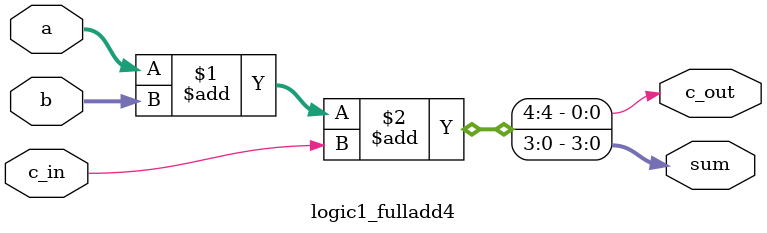
<source format=v>
`timescale 1ns / 1ps

// ÓÃÊý¾ÝÁ÷Óï¾ä¶¨ÒåËÄÎ»È«¼ÓÆ÷
module logic1_fulladd4(output [3:0] sum, output c_out, input [3:0] a,b, input c_in);

// Ö¸¶¨È«¼ÓÆ÷µÄ¹¦ÄÜ
assign { c_out, sum } = a + b + c_in;

endmodule

</source>
